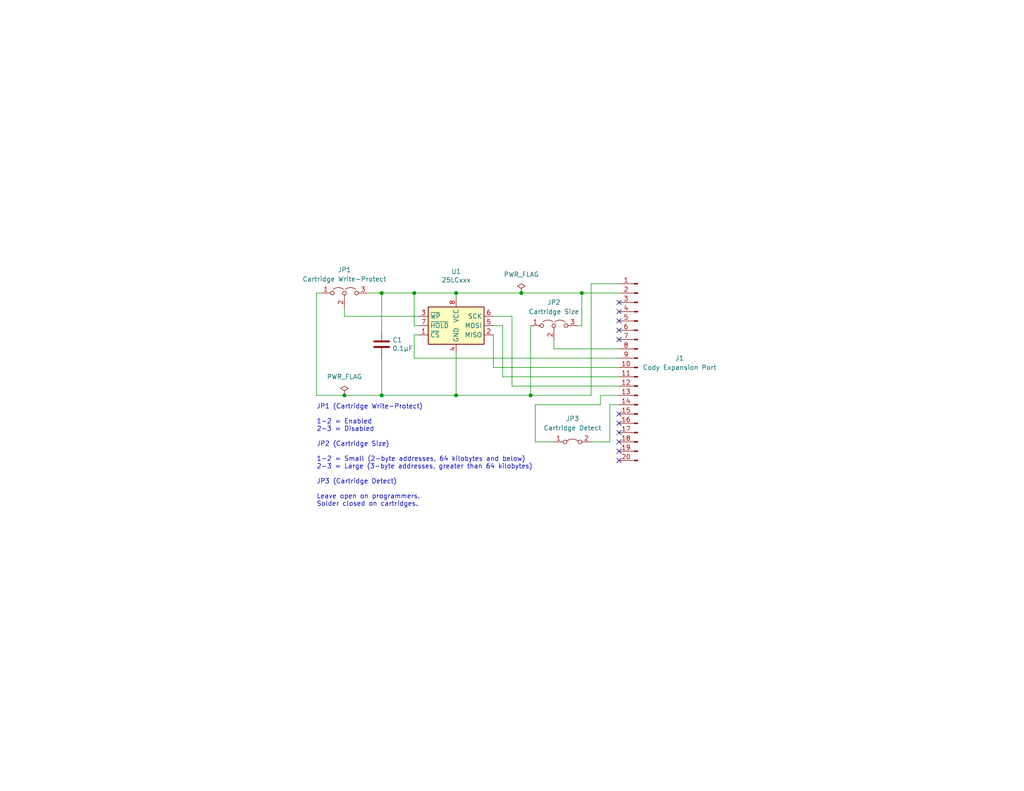
<source format=kicad_sch>
(kicad_sch (version 20211123) (generator eeschema)
  (paper "USLetter")
  (title_block (title "Cody Cartridge") (date "2024-11-20") (rev "C"))
  (lib_symbols
    (symbol "Connector:Conn_01x20_Male" (pin_names (offset 1.016) hide)
      (property "Reference" "J" (at 0 25.4 0))
      (property "Value" "Conn_01x20_Male" (at 0 -27.94 0))
      (symbol "Conn_01x20_Male_1_1"
        (polyline (pts (xy 1.27 -25.4) (xy 0.8636 -25.4)) (stroke (width 0.1524)))
        (polyline (pts (xy 1.27 -22.86) (xy 0.8636 -22.86)) (stroke (width 0.1524)))
        (polyline (pts (xy 1.27 -20.32) (xy 0.8636 -20.32)) (stroke (width 0.1524)))
        (polyline (pts (xy 1.27 -17.78) (xy 0.8636 -17.78)) (stroke (width 0.1524)))
        (polyline (pts (xy 1.27 -15.24) (xy 0.8636 -15.24)) (stroke (width 0.1524)))
        (polyline (pts (xy 1.27 -12.7) (xy 0.8636 -12.7)) (stroke (width 0.1524)))
        (polyline (pts (xy 1.27 -10.16) (xy 0.8636 -10.16)) (stroke (width 0.1524)))
        (polyline (pts (xy 1.27 -7.62) (xy 0.8636 -7.62)) (stroke (width 0.1524)))
        (polyline (pts (xy 1.27 -5.08) (xy 0.8636 -5.08)) (stroke (width 0.1524)))
        (polyline (pts (xy 1.27 -2.54) (xy 0.8636 -2.54)) (stroke (width 0.1524)))
        (polyline (pts (xy 1.27 0) (xy 0.8636 0)) (stroke (width 0.1524)))
        (polyline (pts (xy 1.27 2.54) (xy 0.8636 2.54)) (stroke (width 0.1524)))
        (polyline (pts (xy 1.27 5.08) (xy 0.8636 5.08)) (stroke (width 0.1524)))
        (polyline (pts (xy 1.27 7.62) (xy 0.8636 7.62)) (stroke (width 0.1524)))
        (polyline (pts (xy 1.27 10.16) (xy 0.8636 10.16)) (stroke (width 0.1524)))
        (polyline (pts (xy 1.27 12.7) (xy 0.8636 12.7)) (stroke (width 0.1524)))
        (polyline (pts (xy 1.27 15.24) (xy 0.8636 15.24)) (stroke (width 0.1524)))
        (polyline (pts (xy 1.27 17.78) (xy 0.8636 17.78)) (stroke (width 0.1524)))
        (polyline (pts (xy 1.27 20.32) (xy 0.8636 20.32)) (stroke (width 0.1524)))
        (polyline (pts (xy 1.27 22.86) (xy 0.8636 22.86)) (stroke (width 0.1524)))
        (rectangle (start 0.8636 -25.273) (end 0 -25.527) (stroke (width 0.1524)) (fill (type outline)))
        (rectangle (start 0.8636 -22.733) (end 0 -22.987) (stroke (width 0.1524)) (fill (type outline)))
        (rectangle (start 0.8636 -20.193) (end 0 -20.447) (stroke (width 0.1524)) (fill (type outline)))
        (rectangle (start 0.8636 -17.653) (end 0 -17.907) (stroke (width 0.1524)) (fill (type outline)))
        (rectangle (start 0.8636 -15.113) (end 0 -15.367) (stroke (width 0.1524)) (fill (type outline)))
        (rectangle (start 0.8636 -12.573) (end 0 -12.827) (stroke (width 0.1524)) (fill (type outline)))
        (rectangle (start 0.8636 -10.033) (end 0 -10.287) (stroke (width 0.1524)) (fill (type outline)))
        (rectangle (start 0.8636 -7.493) (end 0 -7.747) (stroke (width 0.1524)) (fill (type outline)))
        (rectangle (start 0.8636 -4.953) (end 0 -5.207) (stroke (width 0.1524)) (fill (type outline)))
        (rectangle (start 0.8636 -2.413) (end 0 -2.667) (stroke (width 0.1524)) (fill (type outline)))
        (rectangle (start 0.8636 0.127) (end 0 -0.127) (stroke (width 0.1524)) (fill (type outline)))
        (rectangle (start 0.8636 2.667) (end 0 2.413) (stroke (width 0.1524)) (fill (type outline)))
        (rectangle (start 0.8636 5.207) (end 0 4.953) (stroke (width 0.1524)) (fill (type outline)))
        (rectangle (start 0.8636 7.747) (end 0 7.493) (stroke (width 0.1524)) (fill (type outline)))
        (rectangle (start 0.8636 10.287) (end 0 10.033) (stroke (width 0.1524)) (fill (type outline)))
        (rectangle (start 0.8636 12.827) (end 0 12.573) (stroke (width 0.1524)) (fill (type outline)))
        (rectangle (start 0.8636 15.367) (end 0 15.113) (stroke (width 0.1524)) (fill (type outline)))
        (rectangle (start 0.8636 17.907) (end 0 17.653) (stroke (width 0.1524)) (fill (type outline)))
        (rectangle (start 0.8636 20.447) (end 0 20.193) (stroke (width 0.1524)) (fill (type outline)))
        (rectangle (start 0.8636 22.987) (end 0 22.733) (stroke (width 0.1524)) (fill (type outline)))
        (pin passive line (at 5.08 22.86 180) (length 3.81) (name "Pin_1") (number "1"))
        (pin passive line (at 5.08 0 180) (length 3.81) (name "Pin_10") (number "10"))
        (pin passive line (at 5.08 -2.54 180) (length 3.81) (name "Pin_11") (number "11"))
        (pin passive line (at 5.08 -5.08 180) (length 3.81) (name "Pin_12") (number "12"))
        (pin passive line (at 5.08 -7.62 180) (length 3.81) (name "Pin_13") (number "13"))
        (pin passive line (at 5.08 -10.16 180) (length 3.81) (name "Pin_14") (number "14"))
        (pin passive line (at 5.08 -12.7 180) (length 3.81) (name "Pin_15") (number "15"))
        (pin passive line (at 5.08 -15.24 180) (length 3.81) (name "Pin_16") (number "16"))
        (pin passive line (at 5.08 -17.78 180) (length 3.81) (name "Pin_17") (number "17"))
        (pin passive line (at 5.08 -20.32 180) (length 3.81) (name "Pin_18") (number "18"))
        (pin passive line (at 5.08 -22.86 180) (length 3.81) (name "Pin_19") (number "19"))
        (pin passive line (at 5.08 20.32 180) (length 3.81) (name "Pin_2") (number "2"))
        (pin passive line (at 5.08 -25.4 180) (length 3.81) (name "Pin_20") (number "20"))
        (pin passive line (at 5.08 17.78 180) (length 3.81) (name "Pin_3") (number "3"))
        (pin passive line (at 5.08 15.24 180) (length 3.81) (name "Pin_4") (number "4"))
        (pin passive line (at 5.08 12.7 180) (length 3.81) (name "Pin_5") (number "5"))
        (pin passive line (at 5.08 10.16 180) (length 3.81) (name "Pin_6") (number "6"))
        (pin passive line (at 5.08 7.62 180) (length 3.81) (name "Pin_7") (number "7"))
        (pin passive line (at 5.08 5.08 180) (length 3.81) (name "Pin_8") (number "8"))
        (pin passive line (at 5.08 2.54 180) (length 3.81) (name "Pin_9") (number "9"))
      )
    )
    (symbol "Device:C" (pin_numbers hide) (pin_names (offset 0.254))
      (property "Reference" "C" (at 0.635 2.54 0))
      (property "Value" "C" (at 0.635 -2.54 0))
      (symbol "C_0_1"
        (polyline (pts (xy -2.032 -0.762) (xy 2.032 -0.762)) (stroke (width 0.508)))
        (polyline (pts (xy -2.032 0.762) (xy 2.032 0.762)) (stroke (width 0.508)))
      )
      (symbol "C_1_1"
        (pin passive line (at 0 3.81 270) (length 2.794) (name "~") (number "1"))
        (pin passive line (at 0 -3.81 90) (length 2.794) (name "~") (number "2"))
      )
    )
    (symbol "Jumper:Jumper_2_Bridged" (pin_names (offset 0) hide)
      (property "Reference" "JP" (at 0 1.905 0))
      (property "Value" "Jumper_2_Bridged" (at 0 -2.54 0))
      (symbol "Jumper_2_Bridged_0_0"
        (circle (center -2.032 0) (radius 0.508))
        (circle (center 2.032 0) (radius 0.508))
      )
      (symbol "Jumper_2_Bridged_0_1"
        (arc (start 1.524 0.254) (mid 0 0.762) (end -1.524 0.254))
      )
      (symbol "Jumper_2_Bridged_1_1"
        (pin passive line (at -5.08 0 0) (length 2.54) (name "A") (number "1"))
        (pin passive line (at 5.08 0 180) (length 2.54) (name "B") (number "2"))
      )
    )
    (symbol "Jumper:Jumper_3_Open" (pin_names (offset 0) hide)
      (property "Reference" "JP" (at -2.54 -2.54 0))
      (property "Value" "Jumper_3_Open" (at 0 2.794 0))
      (symbol "Jumper_3_Open_0_0"
        (circle (center -3.302 0) (radius 0.508))
        (circle (center 0 0) (radius 0.508))
        (circle (center 3.302 0) (radius 0.508))
      )
      (symbol "Jumper_3_Open_0_1"
        (arc (start -0.254 1.016) (mid -1.651 1.4992) (end -3.048 1.016))
        (polyline (pts (xy 0 -0.508) (xy 0 -1.27)))
        (arc (start 3.048 1.016) (mid 1.651 1.4992) (end 0.254 1.016))
      )
      (symbol "Jumper_3_Open_1_1"
        (pin passive line (at -6.35 0 0) (length 2.54) (name "A") (number "1"))
        (pin passive line (at 0 -3.81 90) (length 2.54) (name "C") (number "2"))
        (pin passive line (at 6.35 0 180) (length 2.54) (name "B") (number "3"))
      )
    )
    (symbol "Memory_EEPROM:25LCxxx"
      (property "Reference" "U" (at -7.62 6.35 0))
      (property "Value" "25LCxxx" (at 2.54 -6.35 0))
      (symbol "25LCxxx_1_1"
        (rectangle (start -7.62 5.08) (end 7.62 -5.08) (stroke (width 0.254)) (fill (type background)))
        (pin input line (at -10.16 -2.54 0) (length 2.54) (name "~{CS}") (number "1"))
        (pin tri_state line (at 10.16 -2.54 180) (length 2.54) (name "MISO") (number "2"))
        (pin input line (at -10.16 2.54 0) (length 2.54) (name "~{WP}") (number "3"))
        (pin power_in line (at 0 -7.62 90) (length 2.54) (name "GND") (number "4"))
        (pin input line (at 10.16 0 180) (length 2.54) (name "MOSI") (number "5"))
        (pin input line (at 10.16 2.54 180) (length 2.54) (name "SCK") (number "6"))
        (pin input line (at -10.16 0 0) (length 2.54) (name "~{HOLD}") (number "7"))
        (pin power_in line (at 0 7.62 270) (length 2.54) (name "VCC") (number "8"))
      )
    )
    (symbol "power:PWR_FLAG" (power) (pin_numbers hide) (pin_names (offset 0) hide)
      (property "Value" "PWR_FLAG" (at 0 3.81 0))
      (symbol "PWR_FLAG_0_0"
        (pin power_out line (at 0 0 90) (length 0) (name "pwr") (number "1"))
      )
      (symbol "PWR_FLAG_0_1"
        (polyline (pts (xy 0 0) (xy 0 1.27) (xy -1.016 1.905) (xy 0 2.54) (xy 1.016 1.905) (xy 0 1.27)))
      )
    )
  )
  (junction (at 124.46 107.95))
  (junction (at 113.03 80.01))
  (junction (at 124.46 80.01))
  (junction (at 93.98 107.95))
  (junction (at 158.75 80.01))
  (junction (at 142.24 80.01))
  (junction (at 144.78 107.95))
  (junction (at 104.14 80.01))
  (junction (at 104.14 107.95))
  (no_connect (at 168.91 118.11))
  (no_connect (at 168.91 120.65))
  (no_connect (at 168.91 123.19))
  (no_connect (at 168.91 113.03))
  (no_connect (at 168.91 115.57))
  (no_connect (at 168.91 125.73))
  (no_connect (at 168.91 82.55))
  (no_connect (at 168.91 85.09))
  (no_connect (at 168.91 87.63))
  (no_connect (at 168.91 90.17))
  (no_connect (at 168.91 92.71))
  (wire (pts (xy 168.91 77.47) (xy 161.29 77.47)))
  (wire (pts (xy 158.75 80.01) (xy 168.91 80.01)))
  (wire (pts (xy 113.03 97.79) (xy 168.91 97.79)))
  (wire (pts (xy 146.05 120.65) (xy 146.05 110.49)))
  (wire (pts (xy 86.36 107.95) (xy 93.98 107.95)))
  (wire (pts (xy 86.36 80.01) (xy 87.63 80.01)))
  (wire (pts (xy 113.03 91.44) (xy 113.03 97.79)))
  (wire (pts (xy 113.03 80.01) (xy 113.03 88.9)))
  (wire (pts (xy 124.46 107.95) (xy 144.78 107.95)))
  (wire (pts (xy 104.14 97.79) (xy 104.14 107.95)))
  (wire (pts (xy 142.24 80.01) (xy 158.75 80.01)))
  (wire (pts (xy 113.03 88.9) (xy 114.3 88.9)))
  (wire (pts (xy 139.7 86.36) (xy 134.62 86.36)))
  (wire (pts (xy 93.98 107.95) (xy 104.14 107.95)))
  (wire (pts (xy 151.13 95.25) (xy 168.91 95.25)))
  (wire (pts (xy 137.16 88.9) (xy 137.16 102.87)))
  (wire (pts (xy 134.62 100.33) (xy 134.62 91.44)))
  (wire (pts (xy 166.37 110.49) (xy 166.37 120.65)))
  (wire (pts (xy 104.14 80.01) (xy 113.03 80.01)))
  (wire (pts (xy 86.36 80.01) (xy 86.36 107.95)))
  (wire (pts (xy 124.46 96.52) (xy 124.46 107.95)))
  (wire (pts (xy 146.05 110.49) (xy 163.83 110.49)))
  (wire (pts (xy 104.14 80.01) (xy 104.14 90.17)))
  (wire (pts (xy 163.83 110.49) (xy 163.83 107.95)))
  (wire (pts (xy 151.13 120.65) (xy 146.05 120.65)))
  (wire (pts (xy 166.37 120.65) (xy 161.29 120.65)))
  (wire (pts (xy 139.7 86.36) (xy 139.7 105.41)))
  (wire (pts (xy 168.91 105.41) (xy 139.7 105.41)))
  (wire (pts (xy 151.13 92.71) (xy 151.13 95.25)))
  (wire (pts (xy 93.98 83.82) (xy 93.98 86.36)))
  (wire (pts (xy 168.91 110.49) (xy 166.37 110.49)))
  (wire (pts (xy 157.48 88.9) (xy 158.75 88.9)))
  (wire (pts (xy 100.33 80.01) (xy 104.14 80.01)))
  (wire (pts (xy 168.91 100.33) (xy 134.62 100.33)))
  (wire (pts (xy 113.03 80.01) (xy 124.46 80.01)))
  (wire (pts (xy 124.46 80.01) (xy 142.24 80.01)))
  (wire (pts (xy 114.3 91.44) (xy 113.03 91.44)))
  (wire (pts (xy 144.78 88.9) (xy 144.78 107.95)))
  (wire (pts (xy 158.75 88.9) (xy 158.75 80.01)))
  (wire (pts (xy 163.83 107.95) (xy 168.91 107.95)))
  (wire (pts (xy 93.98 86.36) (xy 114.3 86.36)))
  (wire (pts (xy 134.62 88.9) (xy 137.16 88.9)))
  (wire (pts (xy 161.29 77.47) (xy 161.29 107.95)))
  (wire (pts (xy 124.46 80.01) (xy 124.46 81.28)))
  (wire (pts (xy 168.91 102.87) (xy 137.16 102.87)))
  (wire (pts (xy 104.14 107.95) (xy 124.46 107.95)))
  (wire (pts (xy 144.78 107.95) (xy 161.29 107.95)))
  (text "JP1 (Cartridge Write-Protect)\n\n1-2 = Enabled\n2-3 = Disabled\n\nJP2 (Cartridge Size)\n\n1-2 = Small (2-byte addresses, 64 kilobytes and below)\n2-3 = Large (3-byte addresses, greater than 64 kilobytes)\n\nJP3 (Cartridge Detect)\n\nLeave open on programmers.\nSolder closed on cartridges." (at 86.36 138.43 0) (effects (font (size 1.27 1.27)) (justify left bottom)))
  (symbol (lib_id "Memory_EEPROM:25LCxxx") (at 124.46 88.9 0) (unit 1)
    (property "Reference" "U1" (at 124.46 74.1426 0))
    (property "Value" "25LCxxx" (at 124.46 76.454 0))
    (property "Footprint" "Package_DIP:DIP-8_W7.62mm" (effects hide))
    (property "Datasheet" "http://ww1.microchip.com/downloads/en/DeviceDoc/21832H.pdf" (effects hide))
  )
  (symbol (lib_id "Connector:Conn_01x20_Male") (at 173.99 100.33 0) (mirror y) (unit 1)
    (property "Reference" "J1" (at 185.42 97.79 0))
    (property "Value" "Cody Expansion Port" (at 185.42 100.33 0))
    (property "Footprint" "Connector_PinHeader_2.54mm:PinHeader_1x20_P2.54mm_Horizontal" (effects hide))
  )
  (symbol (lib_id "Device:C") (at 104.14 93.98 0) (unit 1)
    (property "Reference" "C1" (at 107.061 92.8116 0) (effects (justify left)))
    (property "Value" "0.1μF" (at 107.061 95.123 0) (effects (justify left)))
    (property "Footprint" "Capacitor_THT:C_Rect_L4.0mm_W2.5mm_P2.50mm" (effects hide))
  )
  (symbol (lib_id "Jumper:Jumper_3_Open") (at 151.13 88.9 0) (unit 1)
    (property "Reference" "JP2" (at 151.13 82.55 0))
    (property "Value" "Cartridge Size" (at 151.13 85.09 0))
    (property "Footprint" "Connector_PinHeader_2.54mm:PinHeader_1x03_P2.54mm_Vertical" (effects hide))
  )
  (symbol (lib_id "power:PWR_FLAG") (at 93.98 107.95 0) (unit 1)
    (property "Reference" "#FLG01" (effects hide))
    (property "Value" "PWR_FLAG" (at 93.98 102.87 0))
  )
  (symbol (lib_id "power:PWR_FLAG") (at 142.24 80.01 0) (unit 1)
    (property "Reference" "#FLG02" (effects hide))
    (property "Value" "PWR_FLAG" (at 142.24 74.93 0))
  )
  (symbol (lib_id "Jumper:Jumper_3_Open") (at 93.98 80.01 0) (unit 1)
    (property "Reference" "JP1" (at 93.98 73.66 0))
    (property "Value" "Cartridge Write-Protect" (at 93.98 76.2 0))
    (property "Footprint" "Connector_PinHeader_2.54mm:PinHeader_1x03_P2.54mm_Vertical" (effects hide))
  )
  (symbol (lib_id "Jumper:Jumper_2_Bridged") (at 156.21 120.65 0) (unit 1)
    (property "Reference" "JP3" (at 156.21 114.3 0))
    (property "Value" "Cartridge Detect" (at 156.21 116.84 0))
    (property "Footprint" "Connector_PinHeader_2.54mm:PinHeader_1x02_P2.54mm_Vertical" (effects hide))
  )
)
</source>
